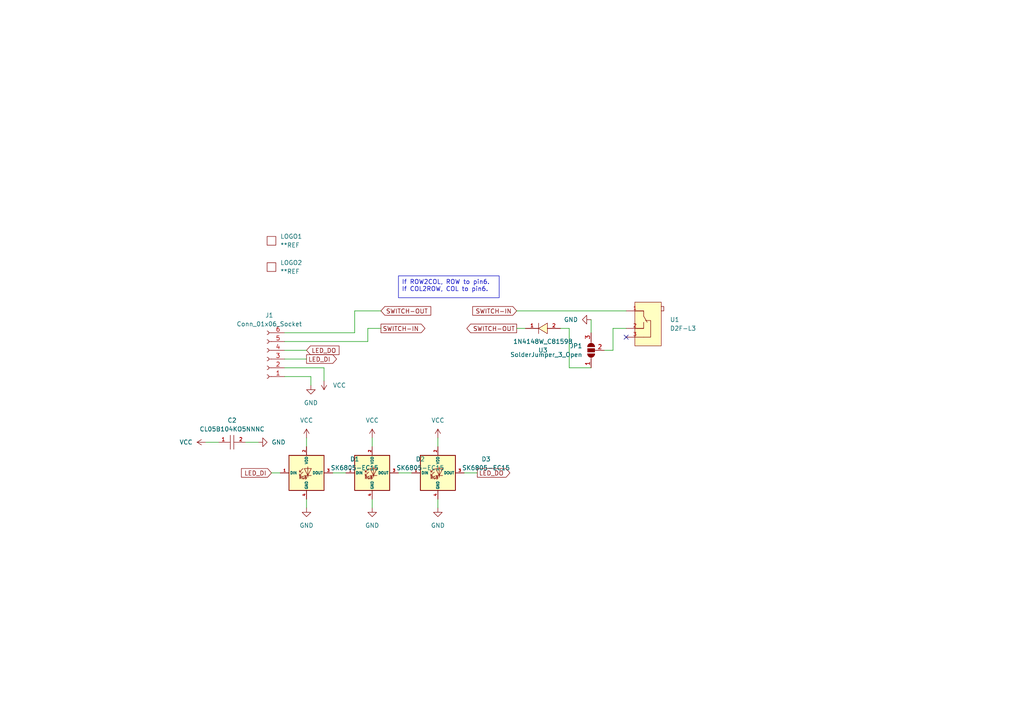
<source format=kicad_sch>
(kicad_sch (version 20231120) (generator "eeschema") (generator_version "8.0")
  (paper "A4")
  (lib_symbols
    (symbol "Connector:Conn_01x06_Socket" (pin_names (offset 1.016) hide)
      (property "Reference" "J" (at 0 7.62 0))
      (property "Value" "Conn_01x06_Socket" (at 0 -10.16 0))
      (symbol "Conn_01x06_Socket_1_1"
        (arc (start 0 -7.112) (mid -0.5058 -7.62) (end 0 -8.128) (stroke (width 0.1524)))
        (arc (start 0 -4.572) (mid -0.5058 -5.08) (end 0 -5.588) (stroke (width 0.1524)))
        (arc (start 0 -2.032) (mid -0.5058 -2.54) (end 0 -3.048) (stroke (width 0.1524)))
        (polyline (pts (xy -1.27 -7.62) (xy -0.508 -7.62)) (stroke (width 0.1524)))
        (polyline (pts (xy -1.27 -5.08) (xy -0.508 -5.08)) (stroke (width 0.1524)))
        (polyline (pts (xy -1.27 -2.54) (xy -0.508 -2.54)) (stroke (width 0.1524)))
        (polyline (pts (xy -1.27 0) (xy -0.508 0)) (stroke (width 0.1524)))
        (polyline (pts (xy -1.27 2.54) (xy -0.508 2.54)) (stroke (width 0.1524)))
        (polyline (pts (xy -1.27 5.08) (xy -0.508 5.08)) (stroke (width 0.1524)))
        (arc (start 0 0.508) (mid -0.5058 0) (end 0 -0.508) (stroke (width 0.1524)))
        (arc (start 0 3.048) (mid -0.5058 2.54) (end 0 2.032) (stroke (width 0.1524)))
        (arc (start 0 5.588) (mid -0.5058 5.08) (end 0 4.572) (stroke (width 0.1524)))
        (pin passive line (at -5.08 5.08 0) (length 3.81) (name "Pin_1") (number "1"))
        (pin passive line (at -5.08 2.54 0) (length 3.81) (name "Pin_2") (number "2"))
        (pin passive line (at -5.08 0 0) (length 3.81) (name "Pin_3") (number "3"))
        (pin passive line (at -5.08 -2.54 0) (length 3.81) (name "Pin_4") (number "4"))
        (pin passive line (at -5.08 -5.08 0) (length 3.81) (name "Pin_5") (number "5"))
        (pin passive line (at -5.08 -7.62 0) (length 3.81) (name "Pin_6") (number "6"))
      )
    )
    (symbol "Jumper:SolderJumper_3_Open" (pin_names (offset 0) hide)
      (property "Reference" "JP" (at -2.54 -2.54 0))
      (property "Value" "SolderJumper_3_Open" (at 0 2.794 0))
      (symbol "SolderJumper_3_Open_0_1"
        (arc (start -1.016 1.016) (mid -2.0276 0) (end -1.016 -1.016))
        (arc (start -1.016 1.016) (mid -2.0276 0) (end -1.016 -1.016) (fill (type outline)))
        (rectangle (start -0.508 1.016) (end 0.508 -1.016) (fill (type outline)))
        (polyline (pts (xy -2.54 0) (xy -2.032 0)))
        (polyline (pts (xy -1.016 1.016) (xy -1.016 -1.016)))
        (polyline (pts (xy 0 -1.27) (xy 0 -1.016)))
        (polyline (pts (xy 1.016 1.016) (xy 1.016 -1.016)))
        (polyline (pts (xy 2.54 0) (xy 2.032 0)))
        (arc (start 1.016 -1.016) (mid 2.0276 0) (end 1.016 1.016))
        (arc (start 1.016 -1.016) (mid 2.0276 0) (end 1.016 1.016) (fill (type outline)))
      )
      (symbol "SolderJumper_3_Open_1_1"
        (pin passive line (at -5.08 0 0) (length 2.54) (name "A") (number "1"))
        (pin passive line (at 0 -3.81 90) (length 2.54) (name "C") (number "2"))
        (pin passive line (at 5.08 0 180) (length 2.54) (name "B") (number "3"))
      )
    )
    (symbol "ct-kicad:1N4148W_C81598" (pin_names hide)
      (property "Reference" "U" (at 0 1.27 0))
      (property "Value" "1N4148W_C81598" (at 0 -2.54 0))
      (symbol "1N4148W_C81598_0_1"
        (polyline (pts (xy -1.27 -1.524) (xy -1.27 1.524)))
        (polyline (pts (xy 1.27 1.524) (xy -1.27 0) (xy 1.27 -1.524) (xy 1.27 1.524)) (fill (type background)))
        (pin unspecified line (at -5.08 0 0) (length 3.81) (name "K") (number "1"))
        (pin unspecified line (at 5.08 0 180) (length 3.81) (name "A") (number "2"))
      )
    )
    (symbol "ct-kicad:CL05B104KO5NNNC" (pin_names hide)
      (property "Reference" "C" (at 0 1.27 0))
      (property "Value" "CL05B104KO5NNNC" (at 0 -2.54 0))
      (symbol "CL05B104KO5NNNC_0_1"
        (polyline (pts (xy -1.27 0) (xy -0.508 0)))
        (polyline (pts (xy -0.508 2.032) (xy -0.508 -2.032)))
        (polyline (pts (xy 0.508 0) (xy 1.27 0)))
        (polyline (pts (xy 0.508 2.032) (xy 0.508 -2.032)))
        (pin input line (at -3.81 0 0) (length 2.54) (name "1") (number "1"))
        (pin input line (at 3.81 0 180) (length 2.54) (name "2") (number "2"))
      )
    )
    (symbol "ct-kicad:D2F-L3" (pin_names hide)
      (property "Reference" "U" (at 0 1.27 0))
      (property "Value" "D2F-L3" (at 0 -2.54 0))
      (symbol "D2F-L3_0_1"
        (rectangle (start -7.62 5.08) (end 5.08 -2.54) (fill (type background)))
        (polyline (pts (xy -3.556 0) (xy -1.778 1.016)))
        (polyline (pts (xy -5.08 -2.54) (xy -5.08 0) (xy -3.556 0)))
        (polyline (pts (xy -1.778 0) (xy 0 0) (xy 0 -2.54)))
        (polyline (pts (xy -6.35 5.08) (xy -6.35 5.842) (xy -5.08 5.842) (xy -5.08 5.08)))
        (polyline (pts (xy 2.54 0) (xy 2.54 2.032) (xy -2.286 2.032) (xy -2.286 0.508)))
        (pin unspecified line (at -5.08 -5.08 90) (length 5.08) (name "COM") (number "1"))
        (pin unspecified line (at 0 -5.08 90) (length 5.08) (name "NO") (number "2"))
        (pin unspecified line (at 2.54 -5.08 90) (length 5.08) (name "NC") (number "3"))
      )
    )
    (symbol "ct-kicad:SK6805-EC15" (pin_names (offset 0.254))
      (property "Reference" "D3" (at 14.605 5.08 0))
      (property "Value" "SK6805-EC15" (at 0.635 11.43 0))
      (symbol "SK6805-EC15_0_0"
        (text "RGB" (at -1.016 -1.397 0) (effects (font (size 0.762 0.762))))
      )
      (symbol "SK6805-EC15_0_1"
        (polyline (pts (xy -2.032 -0.762) (xy -1.524 -0.762)))
        (polyline (pts (xy -2.032 0.254) (xy -1.524 0.254)))
        (polyline (pts (xy 1.397 -0.762) (xy -0.635 -0.762)))
        (polyline (pts (xy -1.016 0.254) (xy -2.032 -0.762) (xy -2.032 -0.254)))
        (polyline (pts (xy -1.016 1.27) (xy -2.032 0.254) (xy -2.032 0.762)))
        (polyline (pts (xy 0.381 1.778) (xy 0.381 -0.762) (xy 0.381 -1.27)))
        (polyline (pts (xy 1.397 1.27) (xy -0.635 1.27) (xy 0.381 -0.762) (xy 1.397 1.27)))
        (rectangle (start 5.08 5.08) (end -5.08 -5.08) (stroke (width 0.254)) (fill (type background)))
      )
      (symbol "SK6805-EC15_1_1"
        (pin input line (at -7.62 0 0) (length 2.54) (name "DIN") (number "1"))
        (pin power_in line (at 0 7.62 270) (length 2.54) (name "VDD") (number "2"))
        (pin output line (at 7.62 0 180) (length 2.54) (name "DOUT") (number "3"))
        (pin power_in line (at 0 -7.62 90) (length 2.54) (name "GND") (number "4"))
      )
    )
    (symbol "ct-kicad:awesome-logo" (in_bom no)
      (property "Reference" "LOGO" (at 0 0 0))
      (property "Value" "**REF" (at 0 0 0))
      (symbol "awesome-logo_0_1"
        (rectangle (start -1.27 1.27) (end 1.27 -1.27))
      )
    )
    (symbol "power:GND" (power) (pin_names (offset 0))
      (property "Value" "GND" (at 0 -3.81 0))
      (symbol "GND_0_1"
        (polyline (pts (xy 0 0) (xy 0 -1.27) (xy 1.27 -1.27) (xy 0 -2.54) (xy -1.27 -1.27) (xy 0 -1.27)))
      )
      (symbol "GND_1_1"
        (pin power_in line (at 0 0 270) (length 0) hide (name "GND") (number "1"))
      )
    )
    (symbol "power:VCC" (power) (pin_names (offset 0))
      (property "Value" "VCC" (at 0 3.81 0))
      (symbol "VCC_0_1"
        (polyline (pts (xy -0.762 1.27) (xy 0 2.54)))
        (polyline (pts (xy 0 0) (xy 0 2.54)))
        (polyline (pts (xy 0 2.54) (xy 0.762 1.27)))
      )
      (symbol "VCC_1_1"
        (pin power_in line (at 0 0 90) (length 0) hide (name "VCC") (number "1"))
      )
    )
  )
  (no_connect (at 181.61 97.79))
  (wire (pts (xy 127 127) (xy 127 129.54)))
  (wire (pts (xy 78.74 137.16) (xy 81.28 137.16)))
  (wire (pts (xy 149.86 95.25) (xy 152.4 95.25)))
  (wire (pts (xy 102.87 90.17) (xy 110.49 90.17)))
  (wire (pts (xy 102.87 90.17) (xy 102.87 96.52)))
  (wire (pts (xy 102.87 96.52) (xy 82.55 96.52)))
  (wire (pts (xy 115.57 137.16) (xy 119.38 137.16)))
  (wire (pts (xy 88.9 144.78) (xy 88.9 147.32)))
  (wire (pts (xy 107.95 144.78) (xy 107.95 147.32)))
  (wire (pts (xy 88.9 127) (xy 88.9 129.54)))
  (wire (pts (xy 165.1 95.25) (xy 162.56 95.25)))
  (wire (pts (xy 106.68 99.06) (xy 82.55 99.06)))
  (wire (pts (xy 149.86 90.17) (xy 181.61 90.17)))
  (wire (pts (xy 165.1 106.68) (xy 165.1 95.25)))
  (wire (pts (xy 127 144.78) (xy 127 147.32)))
  (wire (pts (xy 71.12 128.27) (xy 74.93 128.27)))
  (wire (pts (xy 171.45 106.68) (xy 165.1 106.68)))
  (wire (pts (xy 93.98 110.49) (xy 93.98 106.68)))
  (wire (pts (xy 177.8 101.6) (xy 175.26 101.6)))
  (wire (pts (xy 171.45 92.71) (xy 171.45 96.52)))
  (wire (pts (xy 96.52 137.16) (xy 100.33 137.16)))
  (wire (pts (xy 177.8 95.25) (xy 177.8 101.6)))
  (wire (pts (xy 82.55 109.22) (xy 90.17 109.22)))
  (wire (pts (xy 59.69 128.27) (xy 63.5 128.27)))
  (wire (pts (xy 134.62 137.16) (xy 138.43 137.16)))
  (wire (pts (xy 82.55 104.14) (xy 88.9 104.14)))
  (wire (pts (xy 82.55 101.6) (xy 88.9 101.6)))
  (wire (pts (xy 93.98 106.68) (xy 82.55 106.68)))
  (wire (pts (xy 106.68 95.25) (xy 106.68 99.06)))
  (wire (pts (xy 107.95 127) (xy 107.95 129.54)))
  (wire (pts (xy 181.61 95.25) (xy 177.8 95.25)))
  (wire (pts (xy 90.17 109.22) (xy 90.17 111.76)))
  (wire (pts (xy 106.68 95.25) (xy 110.49 95.25)))
  (text_box "If ROW2COL, ROW to pin6.\nIf COL2ROW, COL to pin6." (at 115.57 80.01 0) (size 29.21 6.35) (effects (font (size 1.27 1.27)) (justify left top)))
  (global_label "LED_DO" (shape output) (at 138.43 137.16 0) (property "Intersheetrefs" "${INTERSHEET_REFS}" (effects (hide yes))))
  (global_label "LED_DI" (shape output) (at 88.9 104.14 0) (property "Intersheetrefs" "${INTERSHEET_REFS}" (effects (hide yes))))
  (global_label "SWITCH-OUT" (shape output) (at 149.86 95.25 180) (property "Intersheetrefs" "${INTERSHEET_REFS}" (effects (hide yes))))
  (global_label "SWITCH-IN" (shape input) (at 149.86 90.17 180) (property "Intersheetrefs" "${INTERSHEET_REFS}" (effects (hide yes))))
  (global_label "LED_DI" (shape input) (at 78.74 137.16 180) (property "Intersheetrefs" "${INTERSHEET_REFS}" (effects (hide yes))))
  (global_label "SWITCH-OUT" (shape input) (at 110.49 90.17 0) (property "Intersheetrefs" "${INTERSHEET_REFS}" (effects (hide yes))))
  (global_label "LED_DO" (shape input) (at 88.9 101.6 0) (property "Intersheetrefs" "${INTERSHEET_REFS}" (effects (hide yes))))
  (global_label "SWITCH-IN" (shape output) (at 110.49 95.25 0) (property "Intersheetrefs" "${INTERSHEET_REFS}" (effects (hide yes))))
  (symbol (lib_id "power:VCC") (at 59.69 128.27 90) (unit 1)
    (property "Reference" "#PWR07" (effects (hide yes)))
    (property "Value" "VCC" (at 55.88 128.27 90) (effects (justify left)))
  )
  (symbol (lib_id "ct-kicad:SK6805-EC15") (at 127 137.16 0) (unit 1)
    (property "Reference" "D3" (at 140.97 133.1628 0))
    (property "Value" "SK6805-EC15" (at 140.97 135.7028 0))
    (property "Footprint" "ct-kicad:LED_dilemma_SK6805-EC15_1.5x1.5mm_P0.6mm_handsolder" (effects (hide yes)))
    (property "Datasheet" "https://datasheet.lcsc.com/lcsc/2108251530_OPSCO-Optoelectronics-SK6805-EC15_C2890035.pdf" (effects (hide yes)))
    (property "MFN" "Dongguan Opsco Optoelectronics" (effects (hide yes)))
    (property "MPN" "SK6805-EC15" (effects (hide yes)))
    (property "PKG" "SK6805-EC15" (effects (hide yes)))
    (property "LCSC" "C2890035" (effects (hide yes)))
  )
  (symbol (lib_id "Connector:Conn_01x06_Socket") (at 77.47 104.14 180) (unit 1) (in_bom no)
    (property "Reference" "J1" (at 78.105 91.44 0))
    (property "Value" "Conn_01x06_Socket" (at 78.105 93.98 0))
    (property "Footprint" "Connector_JST:JST_XH_S6B-XH-A_1x06_P2.50mm_Horizontal" (effects (hide yes)))
  )
  (symbol (lib_id "power:VCC") (at 88.9 127 0) (unit 1)
    (property "Reference" "#PWR04" (effects (hide yes)))
    (property "Value" "VCC" (at 88.9 121.92 0))
  )
  (symbol (lib_id "ct-kicad:awesome-logo") (at 78.74 77.47 0) (unit 1) (in_bom no)
    (property "Reference" "LOGO2" (at 81.28 76.1999 0) (effects (justify left)))
    (property "Value" "**REF" (at 81.28 78.7399 0) (effects (justify left)))
    (property "Footprint" "ct-kicad:awesome-logo" (effects (hide yes)))
    (property "Description" "the crazymittens logo" (effects (hide yes)))
  )
  (symbol (lib_id "power:GND") (at 171.45 92.71 270) (unit 1)
    (property "Reference" "#PWR011" (effects (hide yes)))
    (property "Value" "GND" (at 167.64 92.7099 90) (effects (justify right)))
  )
  (symbol (lib_id "power:GND") (at 127 147.32 0) (unit 1)
    (property "Reference" "#PWR010" (effects (hide yes)))
    (property "Value" "GND" (at 127 152.4 0))
  )
  (symbol (lib_id "ct-kicad:SK6805-EC15") (at 107.95 137.16 0) (unit 1)
    (property "Reference" "D2" (at 121.92 133.1628 0))
    (property "Value" "SK6805-EC15" (at 121.92 135.7028 0))
    (property "Footprint" "ct-kicad:LED_dilemma_SK6805-EC15_1.5x1.5mm_P0.6mm_handsolder" (effects (hide yes)))
    (property "Datasheet" "https://datasheet.lcsc.com/lcsc/2108251530_OPSCO-Optoelectronics-SK6805-EC15_C2890035.pdf" (effects (hide yes)))
    (property "MFN" "Dongguan Opsco Optoelectronics" (effects (hide yes)))
    (property "MPN" "SK6805-EC15" (effects (hide yes)))
    (property "PKG" "SK6805-EC15" (effects (hide yes)))
    (property "LCSC" "C2890035" (effects (hide yes)))
  )
  (symbol (lib_id "power:VCC") (at 127 127 0) (unit 1)
    (property "Reference" "#PWR09" (effects (hide yes)))
    (property "Value" "VCC" (at 127 121.92 0))
  )
  (symbol (lib_id "Jumper:SolderJumper_3_Open") (at 171.45 101.6 90) (unit 1)
    (property "Reference" "JP1" (at 168.91 100.3299 90) (effects (justify left)))
    (property "Value" "SolderJumper_3_Open" (at 168.91 102.8699 90) (effects (justify left)))
    (property "Footprint" "Jumper:SolderJumper-3_P1.3mm_Bridged12_RoundedPad1.0x1.5mm_NumberLabels" (effects (hide yes)))
    (property "Description" "Solder Jumper, 3-pole, open" (effects (hide yes)))
  )
  (symbol (lib_id "power:VCC") (at 107.95 127 0) (unit 1)
    (property "Reference" "#PWR05" (effects (hide yes)))
    (property "Value" "VCC" (at 107.95 121.92 0))
  )
  (symbol (lib_id "ct-kicad:awesome-logo") (at 78.74 69.85 0) (unit 1) (in_bom no)
    (property "Reference" "LOGO1" (at 81.28 68.5799 0) (effects (justify left)))
    (property "Value" "**REF" (at 81.28 71.1199 0) (effects (justify left)))
    (property "Footprint" "ct-kicad:awesome-logo" (effects (hide yes)))
    (property "Description" "the crazymittens logo" (effects (hide yes)))
  )
  (symbol (lib_id "ct-kicad:1N4148W_C81598") (at 157.48 95.25 0) (unit 1)
    (property "Reference" "U3" (at 157.48 101.6 0))
    (property "Value" "1N4148W_C81598" (at 157.48 99.06 0))
    (property "Footprint" "ct-kicad:SOD-123F_L2.7-W1.6-LS3.8-RD" (effects (hide yes)))
    (property "Datasheet" "http://www.jinghenggroup.com/DATABOOK2010/10ZENER/MM1Z2V0THRUMM1Z120SOD123.pdf" (effects (hide yes)))
    (property "LCSC" "C81598" (effects (hide yes)))
  )
  (symbol (lib_id "ct-kicad:SK6805-EC15") (at 88.9 137.16 0) (unit 1)
    (property "Reference" "D1" (at 102.87 133.1628 0))
    (property "Value" "SK6805-EC15" (at 102.87 135.7028 0))
    (property "Footprint" "ct-kicad:LED_dilemma_SK6805-EC15_1.5x1.5mm_P0.6mm_handsolder" (effects (hide yes)))
    (property "Datasheet" "https://datasheet.lcsc.com/lcsc/2108251530_OPSCO-Optoelectronics-SK6805-EC15_C2890035.pdf" (effects (hide yes)))
    (property "MFN" "Dongguan Opsco Optoelectronics" (effects (hide yes)))
    (property "MPN" "SK6805-EC15" (effects (hide yes)))
    (property "PKG" "SK6805-EC15" (effects (hide yes)))
    (property "LCSC" "C2890035" (effects (hide yes)))
  )
  (symbol (lib_id "power:GND") (at 90.17 111.76 0) (unit 1)
    (property "Reference" "#PWR01" (effects (hide yes)))
    (property "Value" "GND" (at 90.17 116.84 0))
  )
  (symbol (lib_id "power:VCC") (at 93.98 110.49 180) (unit 1)
    (property "Reference" "#PWR02" (effects (hide yes)))
    (property "Value" "VCC" (at 96.52 111.76 0) (effects (justify right)))
  )
  (symbol (lib_id "ct-kicad:CL05B104KO5NNNC") (at 67.31 128.27 0) (unit 1)
    (property "Reference" "C2" (at 67.31 121.92 0))
    (property "Value" "CL05B104KO5NNNC" (at 67.31 124.46 0))
    (property "Footprint" "ct-kicad:C0402" (effects (hide yes)))
    (property "Datasheet" "https://item.szlcsc.com/15869.html" (effects (hide yes)))
    (property "LCSC" "C1525" (effects (hide yes)))
  )
  (symbol (lib_id "ct-kicad:D2F-L3") (at 186.69 95.25 270) (unit 1) (in_bom no)
    (property "Reference" "U1" (at 194.31 92.71 90) (effects (justify left)))
    (property "Value" "D2F-L3" (at 194.31 95.25 90) (effects (justify left)))
    (property "Footprint" "ct-kicad:SW-TH_D2F-L" (effects (hide yes)))
    (property "Datasheet" "https://item.szlcsc.com/231224.html" (effects (hide yes)))
    (property "LCSC" "C469124" (effects (hide yes)))
  )
  (symbol (lib_id "power:GND") (at 88.9 147.32 0) (unit 1)
    (property "Reference" "#PWR03" (effects (hide yes)))
    (property "Value" "GND" (at 88.9 152.4 0))
  )
  (symbol (lib_id "power:GND") (at 74.93 128.27 90) (unit 1)
    (property "Reference" "#PWR08" (effects (hide yes)))
    (property "Value" "GND" (at 78.74 128.27 90) (effects (justify right)))
  )
  (symbol (lib_id "power:GND") (at 107.95 147.32 0) (unit 1)
    (property "Reference" "#PWR06" (effects (hide yes)))
    (property "Value" "GND" (at 107.95 152.4 0))
  )
)
</source>
